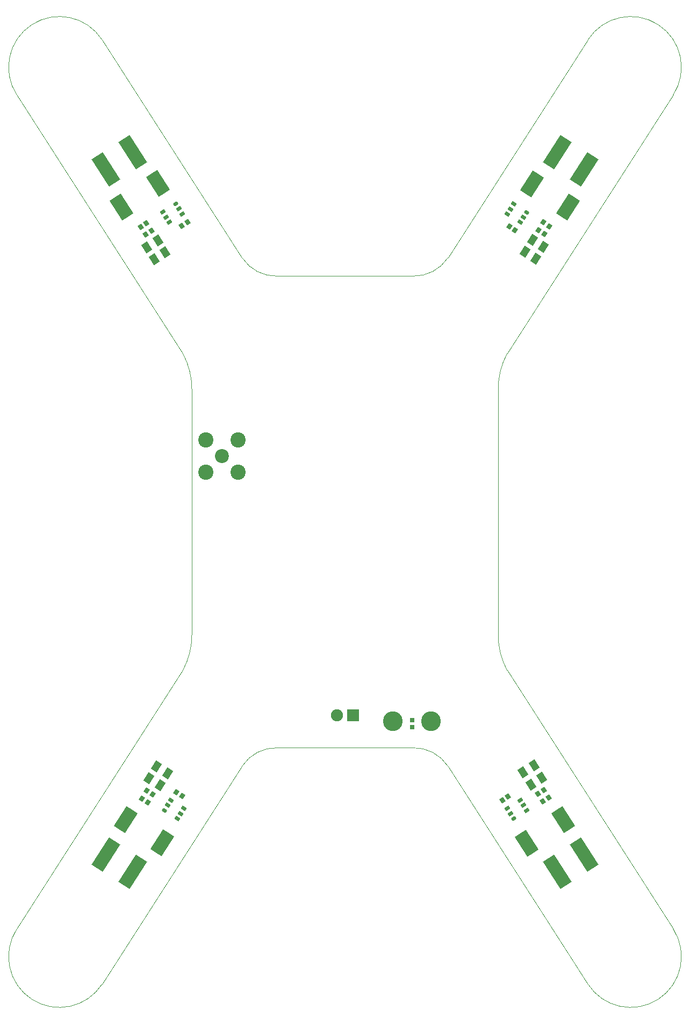
<source format=gbs>
G04 Layer_Color=16711935*
%FSLAX44Y44*%
%MOMM*%
G71*
G01*
G75*
%ADD45C,0.1000*%
%ADD73R,0.8000X0.7000*%
%ADD100C,0.1000*%
%ADD101C,1.9000*%
%ADD102R,1.9000X1.9000*%
%ADD103C,2.4000*%
%ADD104C,2.2000*%
G04:AMPARAMS|DCode=105|XSize=5.1mm|YSize=2.1mm|CornerRadius=0mm|HoleSize=0mm|Usage=FLASHONLY|Rotation=122.735|XOffset=0mm|YOffset=0mm|HoleType=Round|Shape=Rectangle|*
%AMROTATEDRECTD105*
4,1,4,2.2622,-1.5772,0.4957,-2.7128,-2.2622,1.5772,-0.4957,2.7128,2.2622,-1.5772,0.0*
%
%ADD105ROTATEDRECTD105*%

G04:AMPARAMS|DCode=106|XSize=5.1mm|YSize=2.1mm|CornerRadius=0mm|HoleSize=0mm|Usage=FLASHONLY|Rotation=57.265|XOffset=0mm|YOffset=0mm|HoleType=Round|Shape=Rectangle|*
%AMROTATEDRECTD106*
4,1,4,-0.4957,-2.7128,-2.2622,-1.5772,0.4957,2.7128,2.2622,1.5772,-0.4957,-2.7128,0.0*
%
%ADD106ROTATEDRECTD106*%

G04:AMPARAMS|DCode=107|XSize=1.1mm|YSize=1.55mm|CornerRadius=0mm|HoleSize=0mm|Usage=FLASHONLY|Rotation=32.735|XOffset=0mm|YOffset=0mm|HoleType=Round|Shape=Rectangle|*
%AMROTATEDRECTD107*
4,1,4,-0.0436,-0.9493,-0.8817,0.3545,0.0436,0.9493,0.8817,-0.3545,-0.0436,-0.9493,0.0*
%
%ADD107ROTATEDRECTD107*%

G04:AMPARAMS|DCode=108|XSize=1.1mm|YSize=1.55mm|CornerRadius=0mm|HoleSize=0mm|Usage=FLASHONLY|Rotation=32.735|XOffset=0mm|YOffset=0mm|HoleType=Round|Shape=Rectangle|*
%AMROTATEDRECTD108*
4,1,4,-0.0436,-0.9493,-0.8817,0.3545,0.0436,0.9493,0.8817,-0.3545,-0.0436,-0.9493,0.0*
%
%ADD108ROTATEDRECTD108*%

G04:AMPARAMS|DCode=109|XSize=0.7mm|YSize=0.8mm|CornerRadius=0mm|HoleSize=0mm|Usage=FLASHONLY|Rotation=32.735|XOffset=0mm|YOffset=0mm|HoleType=Round|Shape=Rectangle|*
%AMROTATEDRECTD109*
4,1,4,-0.0781,-0.5257,-0.5107,0.1472,0.0781,0.5257,0.5107,-0.1472,-0.0781,-0.5257,0.0*
%
%ADD109ROTATEDRECTD109*%

G04:AMPARAMS|DCode=110|XSize=1.1mm|YSize=1.55mm|CornerRadius=0mm|HoleSize=0mm|Usage=FLASHONLY|Rotation=147.265|XOffset=0mm|YOffset=0mm|HoleType=Round|Shape=Rectangle|*
%AMROTATEDRECTD110*
4,1,4,0.8817,0.3545,0.0436,-0.9493,-0.8817,-0.3545,-0.0436,0.9493,0.8817,0.3545,0.0*
%
%ADD110ROTATEDRECTD110*%

G04:AMPARAMS|DCode=111|XSize=0.7mm|YSize=0.8mm|CornerRadius=0mm|HoleSize=0mm|Usage=FLASHONLY|Rotation=147.265|XOffset=0mm|YOffset=0mm|HoleType=Round|Shape=Rectangle|*
%AMROTATEDRECTD111*
4,1,4,0.5107,0.1472,0.0781,-0.5257,-0.5107,-0.1472,-0.0781,0.5257,0.5107,0.1472,0.0*
%
%ADD111ROTATEDRECTD111*%

G04:AMPARAMS|DCode=112|XSize=2.1mm|YSize=3.7mm|CornerRadius=0mm|HoleSize=0mm|Usage=FLASHONLY|Rotation=32.735|XOffset=0mm|YOffset=0mm|HoleType=Round|Shape=Rectangle|*
%AMROTATEDRECTD112*
4,1,4,0.1172,-2.1240,-1.8836,0.9884,-0.1172,2.1240,1.8836,-0.9884,0.1172,-2.1240,0.0*
%
%ADD112ROTATEDRECTD112*%

G04:AMPARAMS|DCode=113|XSize=2.1mm|YSize=3.7mm|CornerRadius=0mm|HoleSize=0mm|Usage=FLASHONLY|Rotation=147.265|XOffset=0mm|YOffset=0mm|HoleType=Round|Shape=Rectangle|*
%AMROTATEDRECTD113*
4,1,4,1.8836,0.9884,-0.1172,-2.1240,-1.8836,-0.9884,0.1172,2.1240,1.8836,0.9884,0.0*
%
%ADD113ROTATEDRECTD113*%

G04:AMPARAMS|DCode=114|XSize=0.7mm|YSize=0.8mm|CornerRadius=0mm|HoleSize=0mm|Usage=FLASHONLY|Rotation=32.735|XOffset=0mm|YOffset=0mm|HoleType=Round|Shape=Rectangle|*
%AMROTATEDRECTD114*
4,1,4,-0.0781,-0.5257,-0.5107,0.1472,0.0781,0.5257,0.5107,-0.1472,-0.0781,-0.5257,0.0*
%
%ADD114ROTATEDRECTD114*%

G04:AMPARAMS|DCode=115|XSize=0.8mm|YSize=0.55mm|CornerRadius=0mm|HoleSize=0mm|Usage=FLASHONLY|Rotation=32.735|XOffset=0mm|YOffset=0mm|HoleType=Round|Shape=Rectangle|*
%AMROTATEDRECTD115*
4,1,4,-0.1878,-0.4476,-0.4852,0.0150,0.1878,0.4476,0.4852,-0.0150,-0.1878,-0.4476,0.0*
%
%ADD115ROTATEDRECTD115*%

G04:AMPARAMS|DCode=116|XSize=0.8mm|YSize=0.55mm|CornerRadius=0.2075mm|HoleSize=0mm|Usage=FLASHONLY|Rotation=32.735|XOffset=0mm|YOffset=0mm|HoleType=Round|Shape=RoundedRectangle|*
%AMROUNDEDRECTD116*
21,1,0.8000,0.1350,0,0,32.7*
21,1,0.3850,0.5500,0,0,32.7*
1,1,0.4150,0.1984,0.0473*
1,1,0.4150,-0.1254,-0.1609*
1,1,0.4150,-0.1984,-0.0473*
1,1,0.4150,0.1254,0.1609*
%
%ADD116ROUNDEDRECTD116*%
G04:AMPARAMS|DCode=117|XSize=0.8mm|YSize=0.55mm|CornerRadius=0mm|HoleSize=0mm|Usage=FLASHONLY|Rotation=327.265|XOffset=0mm|YOffset=0mm|HoleType=Round|Shape=Rectangle|*
%AMROTATEDRECTD117*
4,1,4,-0.4852,-0.0150,-0.1878,0.4476,0.4852,0.0150,0.1878,-0.4476,-0.4852,-0.0150,0.0*
%
%ADD117ROTATEDRECTD117*%

G04:AMPARAMS|DCode=118|XSize=0.8mm|YSize=0.55mm|CornerRadius=0.2075mm|HoleSize=0mm|Usage=FLASHONLY|Rotation=327.265|XOffset=0mm|YOffset=0mm|HoleType=Round|Shape=RoundedRectangle|*
%AMROUNDEDRECTD118*
21,1,0.8000,0.1350,0,0,327.3*
21,1,0.3850,0.5500,0,0,327.3*
1,1,0.4150,0.1254,-0.1609*
1,1,0.4150,-0.1984,0.0473*
1,1,0.4150,-0.1254,0.1609*
1,1,0.4150,0.1984,-0.0473*
%
%ADD118ROUNDEDRECTD118*%
%ADD119C,3.1000*%
D45*
X627198Y2443409D02*
G03*
X492801Y2356591I-67198J-43409D01*
G01*
X847800Y2100300D02*
G03*
X903521Y2071281I53619J34952D01*
G01*
X768700Y1893300D02*
G03*
X754598Y1949357I-118419J12D01*
G01*
X1265402D02*
G03*
X1251300Y1893300I104316J-56045D01*
G01*
X1116479Y2071281D02*
G03*
X1172200Y2100300I2102J63971D01*
G01*
X1527199Y2356591D02*
G03*
X1392802Y2443409I-67199J43409D01*
G01*
X754598Y1450644D02*
G03*
X768700Y1506700I-104316J56045D01*
G01*
X903521Y1328719D02*
G03*
X847800Y1299700I-2102J-63971D01*
G01*
X492801Y1043409D02*
G03*
X627198Y956591I67199J-43409D01*
G01*
X1251300Y1506700D02*
G03*
X1265402Y1450644I118419J-12D01*
G01*
X1172200Y1299700D02*
G03*
X1116479Y1328719I-53619J-34952D01*
G01*
X1392802Y956591D02*
G03*
X1527199Y1043409I67198J43409D01*
G01*
X627294Y2443260D02*
X847778Y2100286D01*
X492801Y2356591D02*
X754596Y1949355D01*
X1265404D02*
X1527199Y2356591D01*
X1172222Y2100286D02*
X1392706Y2443260D01*
X492801Y1043409D02*
X754596Y1450645D01*
X627294Y956740D02*
X847778Y1299714D01*
X1265404Y1450645D02*
X1527199Y1043409D01*
X1172222Y1299714D02*
X1392706Y956740D01*
X903521Y1328719D02*
X1116479D01*
X768700Y1506700D02*
Y1893300D01*
X903521Y2071281D02*
X1116479D01*
X1251300Y1506700D02*
Y1893300D01*
D73*
X1116200Y1360900D02*
D03*
Y1371900D02*
D03*
D100*
X1460000Y1000000D02*
D03*
X560000D02*
D03*
X1460000Y2400000D02*
D03*
X560000D02*
D03*
D101*
X997300Y1379500D02*
D03*
D102*
X1022700D02*
D03*
D103*
X841650Y1813650D02*
D03*
X790850Y1762850D02*
D03*
X841650D02*
D03*
X790850Y1813650D02*
D03*
D104*
X816250Y1788250D02*
D03*
D105*
X1344339Y1133688D02*
D03*
X1386398Y1160725D02*
D03*
X633602Y2239274D02*
D03*
X675661Y2266312D02*
D03*
D106*
Y1133688D02*
D03*
X633602Y1160725D02*
D03*
X1386398Y2239274D02*
D03*
X1344339Y2266312D02*
D03*
D107*
X1290578Y1289757D02*
D03*
X1307822Y1300843D02*
D03*
X714922Y2127643D02*
D03*
X697678Y2116557D02*
D03*
X726722Y2108843D02*
D03*
X709478Y2097757D02*
D03*
D108*
X1302578Y1270857D02*
D03*
X1319822Y1281943D02*
D03*
D109*
X1323127Y1262474D02*
D03*
X1313873Y1256526D02*
D03*
X1331127Y1250174D02*
D03*
X1321873Y1244226D02*
D03*
X695773Y2136926D02*
D03*
X705026Y2142874D02*
D03*
X687874Y2148826D02*
D03*
X697126Y2154774D02*
D03*
X1266926Y1252174D02*
D03*
X1257673Y1246226D02*
D03*
D110*
X730422Y1288257D02*
D03*
X713178Y1299343D02*
D03*
X718422Y1269757D02*
D03*
X701178Y1280843D02*
D03*
X1305278Y2128543D02*
D03*
X1322522Y2117457D02*
D03*
X1293378Y2109943D02*
D03*
X1310622Y2098857D02*
D03*
D111*
X689874Y1248674D02*
D03*
X699127Y1242726D02*
D03*
X697973Y1261074D02*
D03*
X707226Y1255126D02*
D03*
X1324026Y2138026D02*
D03*
X1314774Y2143974D02*
D03*
X1331826Y2149926D02*
D03*
X1322574Y2155874D02*
D03*
X753626Y1253026D02*
D03*
X744373Y1258974D02*
D03*
X1268673Y2149174D02*
D03*
X1277926Y2143226D02*
D03*
D112*
X1353700Y1215386D02*
D03*
X1296500Y1178614D02*
D03*
X657900Y2180114D02*
D03*
X715100Y2216886D02*
D03*
D113*
X664600Y1215886D02*
D03*
X721800Y1179114D02*
D03*
X1361600Y2179864D02*
D03*
X1304400Y2216636D02*
D03*
D114*
X752273Y2150526D02*
D03*
X761526Y2156474D02*
D03*
D115*
X1291094Y1238239D02*
D03*
X1285957Y1246230D02*
D03*
X1265769Y1233252D02*
D03*
X1296231Y1230248D02*
D03*
X1270906Y1225261D02*
D03*
X728106Y2164211D02*
D03*
X733243Y2156220D02*
D03*
X753431Y2169198D02*
D03*
X722969Y2172202D02*
D03*
X748294Y2177189D02*
D03*
D116*
X1276043Y1217270D02*
D03*
X743157Y2185180D02*
D03*
D117*
X751094Y1225261D02*
D03*
X756231Y1233252D02*
D03*
X736043Y1246230D02*
D03*
X745957Y1217270D02*
D03*
X730906Y1238239D02*
D03*
X1271006Y2176889D02*
D03*
X1265869Y2168898D02*
D03*
X1286057Y2155920D02*
D03*
X1276143Y2184880D02*
D03*
X1291194Y2163911D02*
D03*
D118*
X725769Y1230248D02*
D03*
X1296331Y2171902D02*
D03*
D119*
X1085700Y1370400D02*
D03*
X1145700D02*
D03*
M02*

</source>
